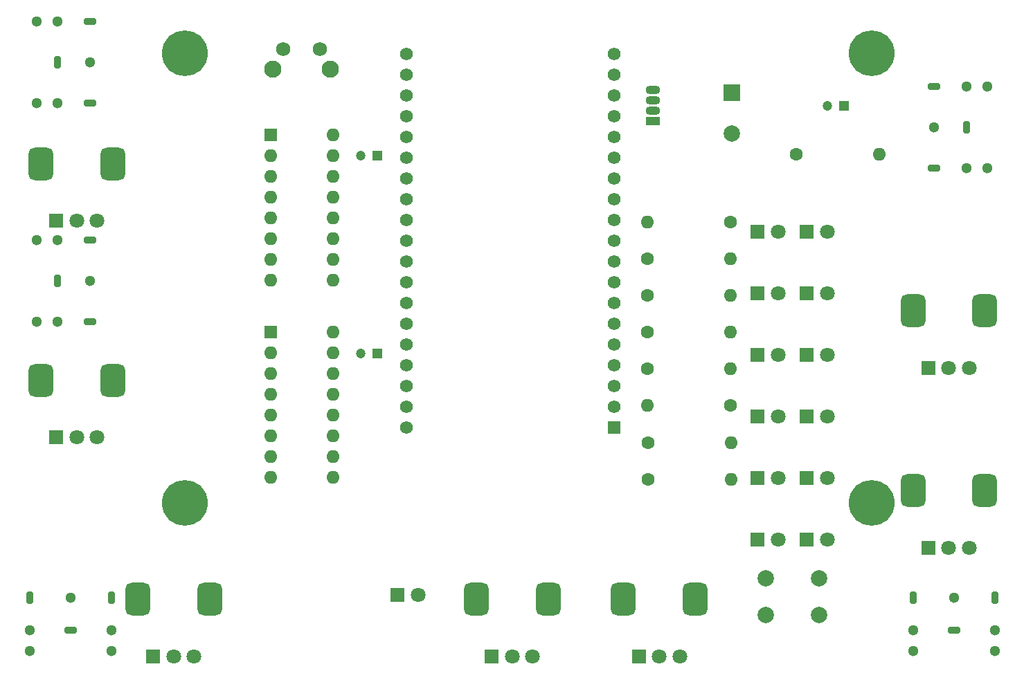
<source format=gbr>
%TF.GenerationSoftware,KiCad,Pcbnew,(6.0.4)*%
%TF.CreationDate,2022-09-22T00:21:37+02:00*%
%TF.ProjectId,Spikeling_V2.2,5370696b-656c-4696-9e67-5f56322e322e,rev?*%
%TF.SameCoordinates,Original*%
%TF.FileFunction,Soldermask,Top*%
%TF.FilePolarity,Negative*%
%FSLAX46Y46*%
G04 Gerber Fmt 4.6, Leading zero omitted, Abs format (unit mm)*
G04 Created by KiCad (PCBNEW (6.0.4)) date 2022-09-22 00:21:37*
%MOMM*%
%LPD*%
G01*
G04 APERTURE LIST*
G04 Aperture macros list*
%AMRoundRect*
0 Rectangle with rounded corners*
0 $1 Rounding radius*
0 $2 $3 $4 $5 $6 $7 $8 $9 X,Y pos of 4 corners*
0 Add a 4 corners polygon primitive as box body*
4,1,4,$2,$3,$4,$5,$6,$7,$8,$9,$2,$3,0*
0 Add four circle primitives for the rounded corners*
1,1,$1+$1,$2,$3*
1,1,$1+$1,$4,$5*
1,1,$1+$1,$6,$7*
1,1,$1+$1,$8,$9*
0 Add four rect primitives between the rounded corners*
20,1,$1+$1,$2,$3,$4,$5,0*
20,1,$1+$1,$4,$5,$6,$7,0*
20,1,$1+$1,$6,$7,$8,$9,0*
20,1,$1+$1,$8,$9,$2,$3,0*%
G04 Aperture macros list end*
%ADD10O,1.800000X1.070000*%
%ADD11R,1.800000X1.070000*%
%ADD12C,5.600000*%
%ADD13R,1.800000X1.800000*%
%ADD14C,1.800000*%
%ADD15C,1.600000*%
%ADD16O,1.600000X1.600000*%
%ADD17R,1.600000X1.600000*%
%ADD18RoundRect,0.750000X0.750000X-1.250000X0.750000X1.250000X-0.750000X1.250000X-0.750000X-1.250000X0*%
%ADD19C,1.300000*%
%ADD20RoundRect,0.200000X0.550000X0.200000X-0.550000X0.200000X-0.550000X-0.200000X0.550000X-0.200000X0*%
%ADD21RoundRect,0.200000X-0.200000X0.550000X-0.200000X-0.550000X0.200000X-0.550000X0.200000X0.550000X0*%
%ADD22RoundRect,0.200000X-0.550000X-0.200000X0.550000X-0.200000X0.550000X0.200000X-0.550000X0.200000X0*%
%ADD23RoundRect,0.200000X0.200000X-0.550000X0.200000X0.550000X-0.200000X0.550000X-0.200000X-0.550000X0*%
%ADD24R,1.200000X1.200000*%
%ADD25C,1.200000*%
%ADD26C,2.100000*%
%ADD27C,1.750000*%
%ADD28R,2.000000X2.000000*%
%ADD29C,2.000000*%
%ADD30R,1.560000X1.560000*%
%ADD31C,1.560000*%
G04 APERTURE END LIST*
D10*
%TO.C,Spike_LED*%
X177200000Y-62030000D03*
D11*
X177200000Y-63300000D03*
D10*
X177200000Y-60760000D03*
X177200000Y-59490000D03*
%TD*%
D12*
%TO.C, *%
X120000000Y-55000000D03*
%TD*%
D13*
%TO.C,6*%
X190000000Y-76779000D03*
D14*
X192540000Y-76779000D03*
%TD*%
%TO.C,1*%
X192540000Y-114504000D03*
D13*
X190000000Y-114504000D03*
%TD*%
D15*
%TO.C,10k\u03A9*%
X186660000Y-98100000D03*
D16*
X176500000Y-98100000D03*
%TD*%
D17*
%TO.C,MCP3208*%
X130500000Y-89125000D03*
D16*
X130500000Y-91665000D03*
X130500000Y-94205000D03*
X130500000Y-96745000D03*
X130500000Y-99285000D03*
X130500000Y-101825000D03*
X130500000Y-104365000D03*
X130500000Y-106905000D03*
X138120000Y-106905000D03*
X138120000Y-104365000D03*
X138120000Y-101825000D03*
X138120000Y-99285000D03*
X138120000Y-96745000D03*
X138120000Y-94205000D03*
X138120000Y-91665000D03*
X138120000Y-89125000D03*
%TD*%
D13*
%TO.C,Stimulus*%
X210900000Y-115500000D03*
D14*
X213400000Y-115500000D03*
X215900000Y-115500000D03*
D18*
X217800000Y-108500000D03*
X209000000Y-108500000D03*
%TD*%
D13*
%TO.C,Noise*%
X175500000Y-128800000D03*
D14*
X178000000Y-128800000D03*
X180500000Y-128800000D03*
D18*
X173600000Y-121800000D03*
X182400000Y-121800000D03*
%TD*%
D19*
%TO.C,Synapse In 1*%
X101882500Y-51100000D03*
X104382500Y-51100000D03*
X108382500Y-56100000D03*
X101882500Y-61100000D03*
X104382500Y-61100000D03*
D20*
X108382500Y-61100000D03*
D21*
X104382500Y-56100000D03*
D20*
X108382500Y-51100000D03*
%TD*%
D19*
%TO.C,Synapse Out*%
X215600000Y-59000000D03*
X215600000Y-69000000D03*
X218100000Y-59000000D03*
X211600000Y-64000000D03*
X218100000Y-69000000D03*
D22*
X211600000Y-59000000D03*
D23*
X215600000Y-64000000D03*
D22*
X211600000Y-69000000D03*
%TD*%
D13*
%TO.C,Synapse1 Gain*%
X104250000Y-75500000D03*
D14*
X106750000Y-75500000D03*
X109250000Y-75500000D03*
D18*
X111150000Y-68500000D03*
X102350000Y-68500000D03*
%TD*%
D14*
%TO.C,3*%
X192540000Y-99414000D03*
D13*
X190000000Y-99414000D03*
%TD*%
%TO.C,Voltage Membrane*%
X116100000Y-128800000D03*
D14*
X118600000Y-128800000D03*
X121100000Y-128800000D03*
D18*
X114200000Y-121800000D03*
X123000000Y-121800000D03*
%TD*%
D15*
%TO.C,100\u03A9*%
X176600000Y-102600000D03*
D16*
X186760000Y-102600000D03*
%TD*%
D12*
%TO.C, *%
X204000000Y-55000000D03*
%TD*%
D17*
%TO.C,MCP3208*%
X130500000Y-65000000D03*
D16*
X130500000Y-67540000D03*
X130500000Y-70080000D03*
X130500000Y-72620000D03*
X130500000Y-75160000D03*
X130500000Y-77700000D03*
X130500000Y-80240000D03*
X130500000Y-82780000D03*
X138120000Y-82780000D03*
X138120000Y-80240000D03*
X138120000Y-77700000D03*
X138120000Y-75160000D03*
X138120000Y-72620000D03*
X138120000Y-70080000D03*
X138120000Y-67540000D03*
X138120000Y-65000000D03*
%TD*%
D24*
%TO.C,1\u03BCF*%
X143472600Y-91750000D03*
D25*
X141472600Y-91750000D03*
%TD*%
D19*
%TO.C,Stimulus Out*%
X219000000Y-125617500D03*
X219000000Y-128117500D03*
X209000000Y-128117500D03*
X214000000Y-121617500D03*
X209000000Y-125617500D03*
D21*
X219000000Y-121617500D03*
D22*
X214000000Y-125617500D03*
D21*
X209000000Y-121617500D03*
%TD*%
D26*
%TO.C,Reset Button*%
X137760000Y-56930000D03*
X130750000Y-56930000D03*
D27*
X132000000Y-54440000D03*
X136500000Y-54440000D03*
%TD*%
D13*
%TO.C,10*%
X196000000Y-91869000D03*
D14*
X198540000Y-91869000D03*
%TD*%
%TO.C,8*%
X198540000Y-106959000D03*
D13*
X196000000Y-106959000D03*
%TD*%
D24*
%TO.C,1\u03BCF*%
X143472600Y-67500000D03*
D25*
X141472600Y-67500000D03*
%TD*%
D15*
%TO.C,100\u03A9*%
X176500000Y-93600000D03*
D16*
X186660000Y-93600000D03*
%TD*%
D13*
%TO.C,12*%
X196000000Y-76779000D03*
D14*
X198540000Y-76779000D03*
%TD*%
D13*
%TO.C,11*%
X196000000Y-84324000D03*
D14*
X198540000Y-84324000D03*
%TD*%
D13*
%TO.C,9*%
X196000000Y-99414000D03*
D14*
X198540000Y-99414000D03*
%TD*%
D15*
%TO.C,10\u03A9*%
X194720000Y-67300000D03*
D16*
X204880000Y-67300000D03*
%TD*%
D13*
%TO.C,Photodiode*%
X145975000Y-121300000D03*
D14*
X148515000Y-121300000D03*
%TD*%
D13*
%TO.C,Stimulus*%
X210900000Y-93500000D03*
D14*
X213400000Y-93500000D03*
X215900000Y-93500000D03*
D18*
X217800000Y-86500000D03*
X209000000Y-86500000D03*
%TD*%
D13*
%TO.C,Synapse2 Gain*%
X104250000Y-102000000D03*
D14*
X106750000Y-102000000D03*
X109250000Y-102000000D03*
D18*
X102350000Y-95000000D03*
X111150000Y-95000000D03*
%TD*%
D19*
%TO.C,Synapse In 2*%
X104382500Y-77800000D03*
X101882500Y-87800000D03*
X101882500Y-77800000D03*
X108382500Y-82800000D03*
X104382500Y-87800000D03*
D20*
X108382500Y-87800000D03*
D21*
X104382500Y-82800000D03*
D20*
X108382500Y-77800000D03*
%TD*%
D14*
%TO.C,2*%
X192540000Y-106959000D03*
D13*
X190000000Y-106959000D03*
%TD*%
D12*
%TO.C, *%
X204000000Y-110000000D03*
%TD*%
D13*
%TO.C,4*%
X190000000Y-91869000D03*
D14*
X192540000Y-91869000D03*
%TD*%
D19*
%TO.C,Current In*%
X101000000Y-128117500D03*
X111000000Y-125617500D03*
X101000000Y-125617500D03*
X111000000Y-128117500D03*
X106000000Y-121617500D03*
D21*
X111000000Y-121617500D03*
D22*
X106000000Y-125617500D03*
D21*
X101000000Y-121617500D03*
%TD*%
D15*
%TO.C,100\u03A9*%
X176500000Y-89100000D03*
D16*
X186660000Y-89100000D03*
%TD*%
D15*
%TO.C,10k\u03A9*%
X176600000Y-107100000D03*
D16*
X186760000Y-107100000D03*
%TD*%
D13*
%TO.C,Photodiode Gain*%
X157500000Y-128800000D03*
D14*
X160000000Y-128800000D03*
X162500000Y-128800000D03*
D18*
X164400000Y-121800000D03*
X155600000Y-121800000D03*
%TD*%
D24*
%TO.C,1nF*%
X200572600Y-61400000D03*
D25*
X198572600Y-61400000D03*
%TD*%
D15*
%TO.C,100\u03A9*%
X176500000Y-84600000D03*
D16*
X186660000Y-84600000D03*
%TD*%
D15*
%TO.C,100\u03A9*%
X186680000Y-75600000D03*
D16*
X176520000Y-75600000D03*
%TD*%
D28*
%TO.C,Spike Buzzer*%
X186900000Y-59800000D03*
D29*
X186900000Y-64800000D03*
%TD*%
D12*
%TO.C, *%
X120000000Y-110000000D03*
%TD*%
D15*
%TO.C,100\u03A9*%
X176500000Y-80100000D03*
D16*
X186660000Y-80100000D03*
%TD*%
D29*
%TO.C,Mode Button*%
X191000000Y-123750000D03*
X197500000Y-123750000D03*
X197500000Y-119250000D03*
X191000000Y-119250000D03*
%TD*%
D30*
%TO.C,ESP32 Wroom-32 Dev Module*%
X172450000Y-100760000D03*
D31*
X172450000Y-98220000D03*
X172450000Y-95680000D03*
X172450000Y-93140000D03*
X172450000Y-90600000D03*
X172450000Y-88060000D03*
X172450000Y-85520000D03*
X172450000Y-82980000D03*
X172450000Y-80440000D03*
X172450000Y-77900000D03*
X172450000Y-75360000D03*
X172450000Y-72820000D03*
X172450000Y-70280000D03*
X172450000Y-67740000D03*
X172450000Y-65200000D03*
X172450000Y-62660000D03*
X172450000Y-60120000D03*
X172450000Y-57580000D03*
X172450000Y-55040000D03*
X147050000Y-100760000D03*
X147050000Y-98220000D03*
X147050000Y-95680000D03*
X147050000Y-93140000D03*
X147050000Y-90600000D03*
X147050000Y-88060000D03*
X147050000Y-85520000D03*
X147050000Y-82980000D03*
X147050000Y-80440000D03*
X147050000Y-77900000D03*
X147050000Y-75360000D03*
X147050000Y-72820000D03*
X147050000Y-70280000D03*
X147050000Y-67740000D03*
X147050000Y-65200000D03*
X147050000Y-62660000D03*
X147050000Y-60120000D03*
X147050000Y-57580000D03*
X147050000Y-55040000D03*
%TD*%
D14*
%TO.C,7*%
X198540000Y-114504000D03*
D13*
X196000000Y-114504000D03*
%TD*%
%TO.C,5*%
X190000000Y-84324000D03*
D14*
X192540000Y-84324000D03*
%TD*%
M02*

</source>
